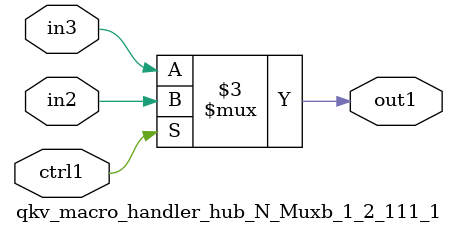
<source format=v>

`timescale 1ps / 1ps


module qkv_macro_handler_hub_N_Muxb_1_2_111_1( in3, in2, ctrl1, out1 );

    input in3;
    input in2;
    input ctrl1;
    output out1;
    reg out1;

    
    // rtl_process:qkv_macro_handler_hub_N_Muxb_1_2_111_1/qkv_macro_handler_hub_N_Muxb_1_2_111_1_thread_1
    always @*
      begin : qkv_macro_handler_hub_N_Muxb_1_2_111_1_thread_1
        case (ctrl1) 
          1'b1: 
            begin
              out1 = in2;
            end
          default: 
            begin
              out1 = in3;
            end
        endcase
      end

endmodule



</source>
